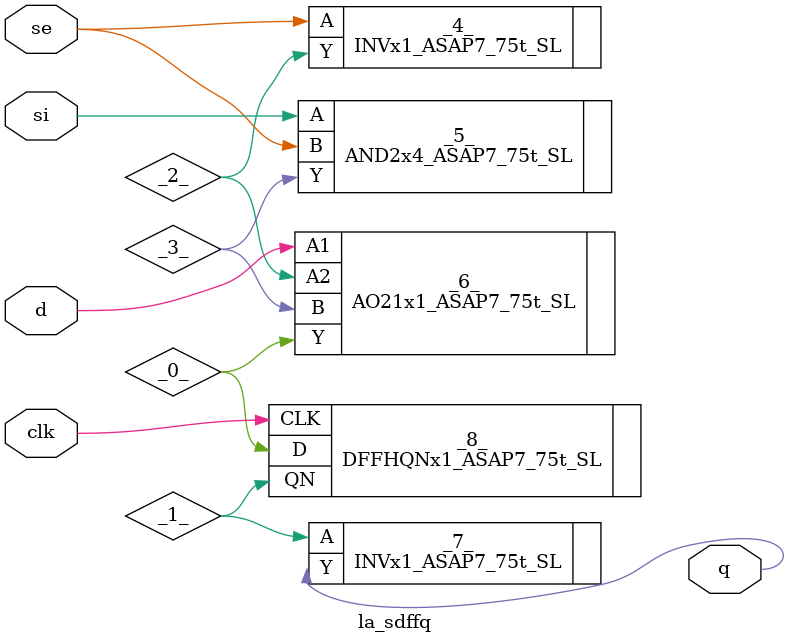
<source format=v>

/* Generated by Yosys 0.44 (git sha1 80ba43d26, g++ 11.4.0-1ubuntu1~22.04 -fPIC -O3) */

(* top =  1  *)
(* src = "generated" *)
(* keep_hierarchy *)
module la_sdffq (
    d,
    si,
    se,
    clk,
    q
);
  (* src = "generated" *)
  wire _0_;
  wire _1_;
  wire _2_;
  wire _3_;
  (* src = "generated" *)
  input clk;
  wire clk;
  (* src = "generated" *)
  input d;
  wire d;
  (* src = "generated" *)
  output q;
  wire q;
  (* src = "generated" *)
  input se;
  wire se;
  (* src = "generated" *)
  input si;
  wire si;
  INVx1_ASAP7_75t_SL _4_ (
      .A(se),
      .Y(_2_)
  );
  AND2x4_ASAP7_75t_SL _5_ (
      .A(si),
      .B(se),
      .Y(_3_)
  );
  AO21x1_ASAP7_75t_SL _6_ (
      .A1(d),
      .A2(_2_),
      .B (_3_),
      .Y (_0_)
  );
  INVx1_ASAP7_75t_SL _7_ (
      .A(_1_),
      .Y(q)
  );
  (* src = "generated" *)
  DFFHQNx1_ASAP7_75t_SL _8_ (
      .CLK(clk),
      .D  (_0_),
      .QN (_1_)
  );
endmodule

</source>
